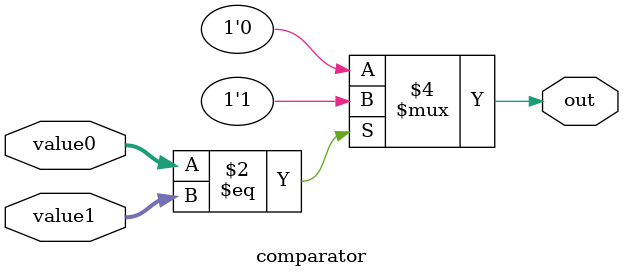
<source format=sv>
module comparator #(parameter width = 9)
(
	input [width-1:0] value0,
	input [width-1:0] value1,
	
	output logic out
);

always_comb
begin
	if(value0 == value1)
		out = 1;
	else
		out = 0;
end

endmodule: comparator
</source>
